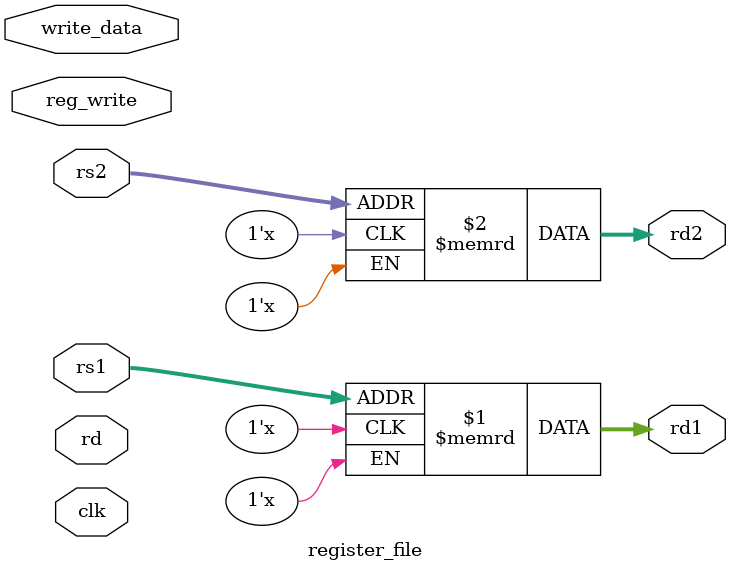
<source format=sv>
`timescale 1ns / 1ps

module rd_demultiplexer(
    input wire we,              
    input wire [4:0] rd,       
    output reg [31:0] register  
);

always @(*) begin
    if (we) begin
        register = 32'b1 << rd;
    end else begin
        register = 32'b0;
    end
end
endmodule

module register_file(
    input clk,
    input [4:0] rs1,
    input [4:0] rs2,
    input [4:0] rd,
    input [31:0] write_data,
    input reg_write,
    output wire [31:0] rd1,
    output wire [31:0] rd2
);
    wire [31:0] register_one_hot;
    reg [31:0] registers [31:0];

    rd_demultiplexer demux(
        .we(reg_write),
        .rd(rd),
        .register(register_one_hot)
    );

    generate
        genvar i;
        for (i = 0; i < 32; i = i + 1) begin : register_loop
            register reg_inst(
                .clk(clk), 
                .r_enable(register_one_hot[i]),
                .data_in(write_data),
                .data_out(registers[i])            
            );
        end
    endgenerate
    
    assign rd1 = registers[rs1];
    assign rd2 = registers[rs2];
endmodule
</source>
